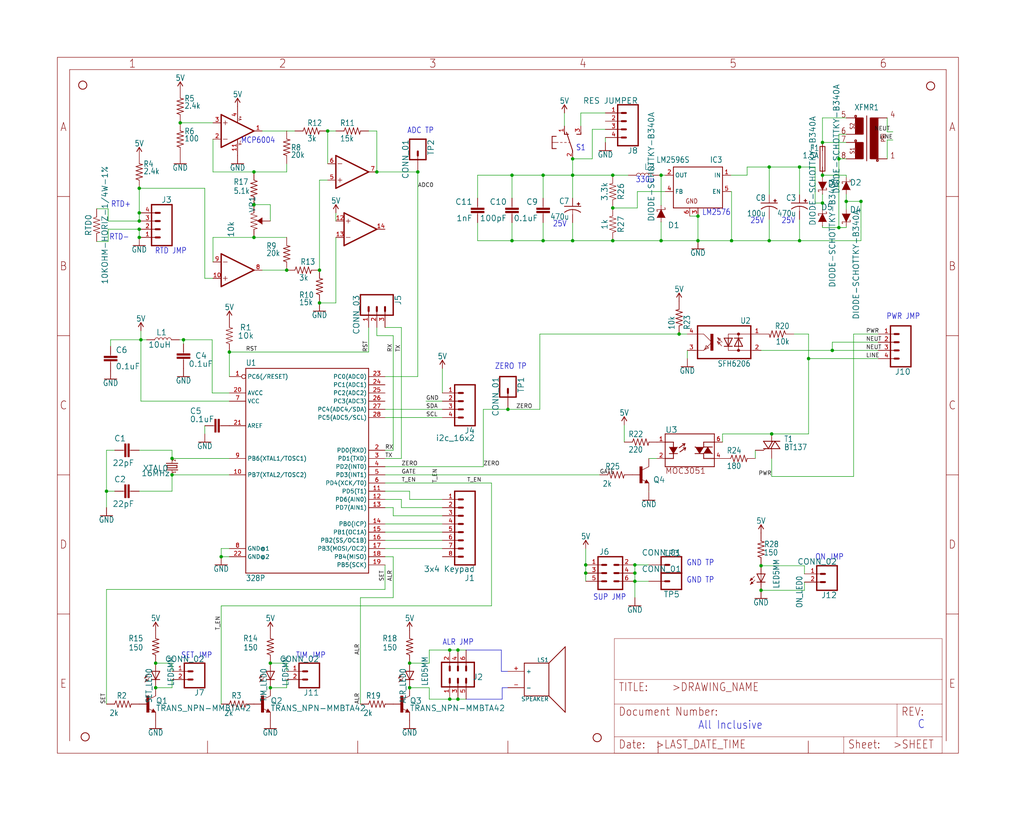
<source format=kicad_sch>
(kicad_sch (version 20220622) (generator eeschema)
  (paper "User" 317.5 254.051)
  (junction (at 48.26 205.74))
  (junction (at 238.506 51.816))
  (junction (at 43.18 66.04))
  (junction (at 158.75 54.356))
  (junction (at 247.904 51.816))
  (junction (at 43.18 58.42))
  (junction (at 255.016 54.356))
  (junction (at 83.82 205.74))
  (junction (at 141.986 201.676))
  (junction (at 216.408 74.676))
  (junction (at 127 205.74))
  (junction (at 53.34 142.24))
  (junction (at 99.06 83.82))
  (junction (at 216.408 67.056))
  (junction (at 255.016 44.196))
  (junction (at 71.12 109.22))
  (junction (at 177.546 49.276))
  (junction (at 210.566 103.632))
  (junction (at 181.61 177.8))
  (junction (at 157.48 127))
  (junction (at 189.992 54.356))
  (junction (at 55.88 38.1))
  (junction (at 168.402 54.356))
  (junction (at 189.992 64.516))
  (junction (at 78.74 63.5))
  (junction (at 189.992 74.676))
  (junction (at 250.698 111.252))
  (junction (at 260.096 70.612))
  (junction (at 260.096 49.276))
  (junction (at 196.85 175.26))
  (junction (at 247.904 74.676))
  (junction (at 99.06 93.98))
  (junction (at 196.85 177.8))
  (junction (at 262.382 62.484))
  (junction (at 158.75 74.676))
  (junction (at 43.18 73.66))
  (junction (at 78.74 53.34))
  (junction (at 43.18 68.58))
  (junction (at 266.954 62.484))
  (junction (at 68.58 172.72))
  (junction (at 255.016 62.992))
  (junction (at 204.978 54.356))
  (junction (at 56.896 105.41))
  (junction (at 129.54 53.34))
  (junction (at 33.02 152.4))
  (junction (at 139.446 201.676))
  (junction (at 88.9 83.82))
  (junction (at 204.978 74.676))
  (junction (at 127 213.36))
  (junction (at 177.546 74.676))
  (junction (at 141.986 216.916))
  (junction (at 101.6 40.64))
  (junction (at 177.546 54.356))
  (junction (at 181.61 175.26))
  (junction (at 168.402 74.676))
  (junction (at 235.966 183.134))
  (junction (at 43.688 105.41))
  (junction (at 116.84 53.34))
  (junction (at 53.34 147.32))
  (junction (at 238.506 74.676))
  (junction (at 258.064 108.712))
  (junction (at 139.446 216.916))
  (junction (at 48.26 213.36))
  (junction (at 83.82 213.36))
  (junction (at 226.822 74.676))
  (junction (at 196.85 180.34))
  (junction (at 78.74 73.66))
  (junction (at 239.268 134.62))
  (junction (at 235.966 175.514))
  (junction (at 43.18 71.12))
  (wire (pts (xy 104.14 68.58) (xy 104.14 66.04)))
  (wire (pts (xy 116.84 104.14) (xy 116.84 101.6)))
  (wire (pts (xy 239.268 147.828) (xy 264.668 147.828)))
  (wire (pts (xy 119.38 127) (xy 137.16 127)))
  (wire (pts (xy 177.546 54.356) (xy 177.546 49.276)))
  (wire (pts (xy 33.528 68.58) (xy 43.18 68.58)))
  (wire (pts (xy 33.02 139.7) (xy 33.02 152.4)))
  (wire (pts (xy 33.02 152.4) (xy 33.02 157.48)))
  (wire (pts (xy 124.46 101.6) (xy 119.38 101.6)))
  (wire (pts (xy 35.56 152.4) (xy 33.02 152.4)))
  (wire (pts (xy 66.04 38.1) (xy 55.88 38.1)))
  (wire (pts (xy 196.85 180.34) (xy 201.168 180.34)))
  (wire (pts (xy 124.46 157.48) (xy 137.16 157.48)))
  (wire (pts (xy 81.28 40.64) (xy 91.44 40.64)))
  (wire (pts (xy 133.096 201.676) (xy 139.446 201.676)))
  (wire (pts (xy 249.428 183.134) (xy 235.966 183.134)))
  (wire (pts (xy 226.822 74.676) (xy 216.408 74.676)))
  (wire (pts (xy 78.74 53.34) (xy 88.9 53.34)))
  (wire (pts (xy 183.642 40.132) (xy 187.706 40.132)))
  (wire (pts (xy 183.642 49.276) (xy 183.642 40.132)))
  (wire (pts (xy 99.06 93.98) (xy 104.14 93.98)))
  (wire (pts (xy 189.992 54.356) (xy 194.818 54.356)))
  (wire (pts (xy 238.506 68.072) (xy 238.506 74.676)))
  (wire (pts (xy 133.096 213.36) (xy 133.096 216.916)))
  (wire (pts (xy 189.992 64.262) (xy 189.992 64.516)))
  (wire (pts (xy 121.92 139.7) (xy 121.92 104.14)))
  (wire (pts (xy 65.786 121.92) (xy 71.12 121.92)))
  (wire (pts (xy 53.34 208.28) (xy 53.34 205.74)))
  (wire (pts (xy 249.428 178.054) (xy 249.428 175.514)))
  (wire (pts (xy 158.75 61.468) (xy 158.75 54.356)))
  (wire (pts (xy 247.904 60.452) (xy 247.904 51.816)))
  (wire (pts (xy 266.954 74.676) (xy 247.904 74.676)))
  (wire (pts (xy 226.822 59.436) (xy 226.822 74.676)))
  (polyline (pts (xy 155.702 216.916) (xy 155.702 213.36)))
  (wire (pts (xy 55.626 105.41) (xy 56.896 105.41)))
  (wire (pts (xy 177.546 61.468) (xy 177.546 54.356)))
  (wire (pts (xy 197.612 59.436) (xy 197.612 64.516)))
  (wire (pts (xy 104.14 40.64) (xy 101.6 40.64)))
  (wire (pts (xy 48.26 213.36) (xy 53.34 213.36)))
  (wire (pts (xy 275.082 40.894) (xy 275.082 36.576)))
  (wire (pts (xy 210.566 103.632) (xy 213.106 103.632)))
  (wire (pts (xy 177.546 54.356) (xy 189.992 54.356)))
  (wire (pts (xy 181.61 180.34) (xy 181.61 177.8)))
  (wire (pts (xy 226.568 59.436) (xy 226.822 59.436)))
  (wire (pts (xy 239.268 134.62) (xy 250.698 134.62)))
  (wire (pts (xy 204.978 68.834) (xy 204.978 74.676)))
  (wire (pts (xy 88.9 213.36) (xy 88.9 210.82)))
  (wire (pts (xy 275.082 43.434) (xy 275.082 49.276)))
  (wire (pts (xy 247.904 51.816) (xy 252.73 51.816)))
  (wire (pts (xy 88.9 208.28) (xy 88.9 205.74)))
  (wire (pts (xy 121.92 104.14) (xy 116.84 104.14)))
  (wire (pts (xy 158.75 54.356) (xy 168.402 54.356)))
  (wire (pts (xy 255.016 70.104) (xy 255.016 70.612)))
  (wire (pts (xy 204.978 74.676) (xy 189.992 74.676)))
  (wire (pts (xy 83.82 68.58) (xy 83.82 63.5)))
  (wire (pts (xy 119.38 116.84) (xy 129.54 116.84)))
  (wire (pts (xy 68.58 218.44) (xy 68.58 187.96)))
  (wire (pts (xy 262.382 70.104) (xy 262.382 70.612)))
  (wire (pts (xy 249.428 175.514) (xy 235.966 175.514)))
  (wire (pts (xy 177.546 49.276) (xy 183.642 49.276)))
  (wire (pts (xy 33.02 182.88) (xy 119.38 182.88)))
  (wire (pts (xy 53.34 142.24) (xy 71.12 142.24)))
  (wire (pts (xy 276.86 43.434) (xy 275.082 43.434)))
  (wire (pts (xy 116.84 53.34) (xy 116.84 40.64)))
  (wire (pts (xy 149.86 144.78) (xy 149.86 127)))
  (wire (pts (xy 121.92 185.42) (xy 121.92 172.72)))
  (wire (pts (xy 68.58 170.18) (xy 71.12 170.18)))
  (wire (pts (xy 272.288 108.712) (xy 258.064 108.712)))
  (wire (pts (xy 213.868 67.056) (xy 216.408 67.056)))
  (wire (pts (xy 56.896 106.68) (xy 56.896 105.41)))
  (wire (pts (xy 224.028 134.62) (xy 239.268 134.62)))
  (wire (pts (xy 158.75 69.088) (xy 158.75 74.676)))
  (wire (pts (xy 101.6 40.64) (xy 101.6 50.8)))
  (wire (pts (xy 255.016 62.992) (xy 252.73 62.992)))
  (wire (pts (xy 119.38 129.54) (xy 137.16 129.54)))
  (wire (pts (xy 247.904 68.072) (xy 247.904 74.676)))
  (wire (pts (xy 196.85 177.8) (xy 196.85 180.34)))
  (wire (pts (xy 255.016 62.992) (xy 255.016 65.024)))
  (wire (pts (xy 137.16 114.3) (xy 137.16 121.92)))
  (wire (pts (xy 119.38 170.18) (xy 137.16 170.18)))
  (wire (pts (xy 53.34 152.4) (xy 43.18 152.4)))
  (wire (pts (xy 266.954 62.484) (xy 267.208 62.484)))
  (wire (pts (xy 127 152.4) (xy 119.38 152.4)))
  (wire (pts (xy 264.668 103.632) (xy 264.668 147.828)))
  (wire (pts (xy 177.546 74.676) (xy 189.992 74.676)))
  (wire (pts (xy 119.38 182.88) (xy 119.38 175.26)))
  (wire (pts (xy 121.92 160.02) (xy 121.92 157.48)))
  (wire (pts (xy 260.096 49.276) (xy 260.096 41.656)))
  (wire (pts (xy 119.38 172.72) (xy 121.92 172.72)))
  (wire (pts (xy 181.61 177.8) (xy 181.61 175.26)))
  (wire (pts (xy 206.248 54.356) (xy 204.978 54.356)))
  (wire (pts (xy 266.954 62.484) (xy 266.954 74.676)))
  (wire (pts (xy 181.61 175.26) (xy 181.61 170.18)))
  (wire (pts (xy 137.16 154.94) (xy 127 154.94)))
  (wire (pts (xy 33.02 218.44) (xy 33.02 182.88)))
  (wire (pts (xy 33.528 74.93) (xy 33.528 71.12)))
  (wire (pts (xy 250.698 111.252) (xy 250.698 103.632)))
  (wire (pts (xy 196.85 175.26) (xy 201.168 175.26)))
  (wire (pts (xy 148.082 54.356) (xy 158.75 54.356)))
  (wire (pts (xy 180.086 39.116) (xy 180.086 35.052)))
  (wire (pts (xy 234.188 139.7) (xy 234.188 142.24)))
  (wire (pts (xy 53.34 139.7) (xy 53.34 142.24)))
  (wire (pts (xy 43.18 66.04) (xy 43.18 58.42)))
  (wire (pts (xy 141.986 201.676) (xy 144.526 201.676)))
  (wire (pts (xy 250.698 134.62) (xy 250.698 111.252)))
  (wire (pts (xy 141.986 216.916) (xy 144.526 216.916)))
  (wire (pts (xy 224.028 137.16) (xy 224.028 134.62)))
  (wire (pts (xy 65.786 121.92) (xy 65.786 105.41)))
  (wire (pts (xy 148.082 69.088) (xy 148.082 74.676)))
  (wire (pts (xy 119.38 149.86) (xy 152.4 149.86)))
  (wire (pts (xy 238.506 60.452) (xy 238.506 51.816)))
  (wire (pts (xy 252.73 62.992) (xy 252.73 51.816)))
  (wire (pts (xy 239.268 142.24) (xy 239.268 147.828)))
  (wire (pts (xy 196.85 180.34) (xy 196.85 185.42)))
  (wire (pts (xy 204.978 63.754) (xy 204.978 54.356)))
  (wire (pts (xy 66.04 43.18) (xy 66.04 53.34)))
  (wire (pts (xy 119.38 144.78) (xy 149.86 144.78)))
  (wire (pts (xy 260.096 49.276) (xy 262.382 49.276)))
  (wire (pts (xy 119.38 167.64) (xy 137.16 167.64)))
  (wire (pts (xy 33.528 71.12) (xy 43.18 71.12)))
  (wire (pts (xy 168.402 54.356) (xy 177.546 54.356)))
  (wire (pts (xy 255.016 55.118) (xy 255.016 54.356)))
  (wire (pts (xy 255.016 70.612) (xy 260.096 70.612)))
  (wire (pts (xy 255.016 44.196) (xy 255.016 36.576)))
  (wire (pts (xy 71.12 109.22) (xy 71.12 116.84)))
  (wire (pts (xy 71.12 124.46) (xy 43.688 124.46)))
  (wire (pts (xy 99.06 55.88) (xy 99.06 83.82)))
  (wire (pts (xy 119.38 147.32) (xy 185.928 147.32)))
  (wire (pts (xy 99.06 55.88) (xy 101.6 55.88)))
  (wire (pts (xy 157.48 127) (xy 167.386 127)))
  (wire (pts (xy 119.38 142.24) (xy 124.46 142.24)))
  (wire (pts (xy 238.506 74.676) (xy 226.822 74.676)))
  (wire (pts (xy 226.568 54.356) (xy 231.648 54.356)))
  (wire (pts (xy 180.086 35.052) (xy 187.706 35.052)))
  (wire (pts (xy 66.04 53.34) (xy 78.74 53.34)))
  (wire (pts (xy 53.34 213.36) (xy 53.34 210.82)))
  (wire (pts (xy 276.86 40.894) (xy 275.082 40.894)))
  (wire (pts (xy 249.428 180.594) (xy 249.428 183.134)))
  (wire (pts (xy 119.38 162.56) (xy 137.16 162.56)))
  (wire (pts (xy 71.12 109.22) (xy 114.3 109.22)))
  (wire (pts (xy 246.126 103.632) (xy 250.698 103.632)))
  (wire (pts (xy 35.56 139.7) (xy 33.02 139.7)))
  (polyline (pts (xy 157.48 213.36) (xy 155.702 213.36)))
  (wire (pts (xy 216.408 74.676) (xy 204.978 74.676)))
  (wire (pts (xy 262.382 54.356) (xy 262.382 55.118)))
  (wire (pts (xy 260.096 41.656) (xy 262.382 41.656)))
  (wire (pts (xy 127 213.36) (xy 133.096 213.36)))
  (wire (pts (xy 121.92 185.42) (xy 111.76 185.42)))
  (wire (pts (xy 177.546 69.088) (xy 177.546 74.676)))
  (polyline (pts (xy 155.448 208.28) (xy 155.448 201.676)))
  (wire (pts (xy 137.16 124.46) (xy 132.08 124.46)))
  (wire (pts (xy 56.896 105.41) (xy 65.786 105.41)))
  (wire (pts (xy 262.382 62.484) (xy 266.954 62.484)))
  (wire (pts (xy 63.5 132.08) (xy 63.5 134.62)))
  (wire (pts (xy 175.006 39.116) (xy 175.006 35.052)))
  (wire (pts (xy 127 205.74) (xy 133.096 205.74)))
  (wire (pts (xy 43.688 105.41) (xy 34.29 105.41)))
  (wire (pts (xy 29.972 64.77) (xy 33.528 64.77)))
  (wire (pts (xy 29.972 74.93) (xy 33.528 74.93)))
  (wire (pts (xy 133.096 205.74) (xy 133.096 201.676)))
  (wire (pts (xy 272.288 111.252) (xy 250.698 111.252)))
  (wire (pts (xy 43.18 71.12) (xy 43.18 73.66)))
  (wire (pts (xy 53.34 147.32) (xy 53.34 152.4)))
  (wire (pts (xy 111.76 185.42) (xy 111.76 218.44)))
  (wire (pts (xy 201.168 152.4) (xy 201.168 152.654)))
  (wire (pts (xy 247.904 74.676) (xy 238.506 74.676)))
  (wire (pts (xy 71.12 147.32) (xy 53.34 147.32)))
  (wire (pts (xy 68.58 187.96) (xy 152.4 187.96)))
  (wire (pts (xy 124.46 142.24) (xy 124.46 101.6)))
  (polyline (pts (xy 144.526 216.916) (xy 155.702 216.916)))
  (wire (pts (xy 121.92 157.48) (xy 119.38 157.48)))
  (wire (pts (xy 258.064 108.712) (xy 258.064 106.172)))
  (wire (pts (xy 63.5 58.42) (xy 43.18 58.42)))
  (wire (pts (xy 231.648 51.816) (xy 238.506 51.816)))
  (wire (pts (xy 260.096 49.276) (xy 260.096 70.612)))
  (wire (pts (xy 213.106 108.712) (xy 213.106 111.252)))
  (wire (pts (xy 45.466 105.41) (xy 43.688 105.41)))
  (wire (pts (xy 83.82 213.36) (xy 88.9 213.36)))
  (wire (pts (xy 88.9 205.74) (xy 83.82 205.74)))
  (wire (pts (xy 168.402 74.676) (xy 177.546 74.676)))
  (wire (pts (xy 66.04 73.66) (xy 78.74 73.66)))
  (wire (pts (xy 53.34 205.74) (xy 48.26 205.74)))
  (wire (pts (xy 133.096 216.916) (xy 139.446 216.916)))
  (polyline (pts (xy 155.448 201.676) (xy 144.526 201.676)))
  (wire (pts (xy 158.75 74.676) (xy 168.402 74.676)))
  (polyline (pts (xy 157.48 208.28) (xy 155.448 208.28)))
  (wire (pts (xy 124.46 154.94) (xy 124.46 157.48)))
  (wire (pts (xy 262.382 44.196) (xy 255.016 44.196)))
  (wire (pts (xy 189.992 64.516) (xy 197.612 64.516)))
  (wire (pts (xy 34.29 105.41) (xy 34.29 107.442)))
  (wire (pts (xy 114.3 101.6) (xy 114.3 109.22)))
  (wire (pts (xy 43.18 139.7) (xy 53.34 139.7)))
  (wire (pts (xy 216.408 67.056) (xy 216.408 74.676)))
  (wire (pts (xy 119.38 165.1) (xy 137.16 165.1)))
  (wire (pts (xy 43.18 68.58) (xy 43.18 66.04)))
  (wire (pts (xy 81.28 83.82) (xy 88.9 83.82)))
  (wire (pts (xy 116.84 40.64) (xy 114.3 40.64)))
  (wire (pts (xy 255.016 54.356) (xy 262.382 54.356)))
  (wire (pts (xy 88.9 53.34) (xy 88.9 50.8)))
  (wire (pts (xy 201.168 142.24) (xy 203.708 142.24)))
  (wire (pts (xy 141.986 216.916) (xy 139.446 216.916)))
  (wire (pts (xy 231.648 54.356) (xy 231.648 51.816)))
  (wire (pts (xy 104.14 93.98) (xy 104.14 73.66)))
  (wire (pts (xy 78.74 73.66) (xy 88.9 73.66)))
  (wire (pts (xy 66.04 81.28) (xy 66.04 73.66)))
  (wire (pts (xy 272.288 103.632) (xy 264.668 103.632)))
  (wire (pts (xy 206.248 59.436) (xy 197.612 59.436)))
  (wire (pts (xy 137.16 160.02) (xy 121.92 160.02)))
  (wire (pts (xy 68.58 172.72) (xy 68.58 170.18)))
  (wire (pts (xy 148.082 74.676) (xy 158.75 74.676)))
  (wire (pts (xy 193.548 137.16) (xy 193.548 131.826)))
  (wire (pts (xy 129.54 116.84) (xy 129.54 53.34)))
  (wire (pts (xy 167.386 127) (xy 167.386 103.632)))
  (wire (pts (xy 139.446 201.676) (xy 141.986 201.676)))
  (wire (pts (xy 262.382 65.024) (xy 262.382 62.484)))
  (wire (pts (xy 149.86 127) (xy 157.48 127)))
  (wire (pts (xy 127 154.94) (xy 127 152.4)))
  (wire (pts (xy 119.38 154.94) (xy 124.46 154.94)))
  (wire (pts (xy 43.688 102.616) (xy 43.688 105.41)))
  (wire (pts (xy 83.82 63.5) (xy 78.74 63.5)))
  (wire (pts (xy 152.4 187.96) (xy 152.4 149.86)))
  (wire (pts (xy 262.382 62.484) (xy 262.382 60.198)))
  (wire (pts (xy 260.096 70.612) (xy 262.382 70.612)))
  (wire (pts (xy 238.506 51.816) (xy 247.904 51.816)))
  (wire (pts (xy 255.016 60.198) (xy 255.016 62.992)))
  (wire (pts (xy 258.064 106.172) (xy 272.288 106.172)))
  (wire (pts (xy 168.402 61.468) (xy 168.402 54.356)))
  (wire (pts (xy 148.082 61.468) (xy 148.082 54.356)))
  (wire (pts (xy 235.966 108.712) (xy 258.064 108.712)))
  (wire (pts (xy 116.84 53.34) (xy 129.54 53.34)))
  (wire (pts (xy 262.382 36.576) (xy 255.016 36.576)))
  (wire (pts (xy 71.12 172.72) (xy 68.58 172.72)))
  (wire (pts (xy 187.706 42.672) (xy 187.706 44.196)))
  (wire (pts (xy 43.688 105.41) (xy 43.688 124.46)))
  (wire (pts (xy 167.386 103.632) (xy 210.566 103.632)))
  (wire (pts (xy 168.402 69.088) (xy 168.402 74.676)))
  (wire (pts (xy 196.85 177.8) (xy 196.85 175.26)))
  (wire (pts (xy 33.528 64.77) (xy 33.528 68.58)))
  (wire (pts (xy 66.04 86.36) (xy 63.5 86.36)))
  (wire (pts (xy 119.38 139.7) (xy 121.92 139.7)))
  (wire (pts (xy 63.5 86.36) (xy 63.5 58.42)))
  (text "LM2576" (at 217.678 67.056 0) (effects (font (size 1.778 1.5113)) (justify left bottom)))
  (text "330u" (at 202.946 56.896 0) (effects (font (size 1.778 1.5113)) (justify right bottom)))
  (text "C" (at 284.48 226.314 0) (effects (font (size 2.54 2.159)) (justify left bottom)))
  (text "ADC TP" (at 126.238 41.656 0) (effects (font (size 1.778 1.5113)) (justify left bottom)))
  (text "RTD+" (at 40.64 64.516 0) (effects (font (size 1.778 1.5113)) (justify right bottom)))
  (text "25V" (at 236.982 69.596 0) (effects (font (size 1.778 1.5113)) (justify right bottom)))
  (text "25V" (at 246.634 69.596 0) (effects (font (size 1.778 1.5113)) (justify right bottom)))
  (text "TIM JMP" (at 91.694 204.47 0) (effects (font (size 1.778 1.5113)) (justify left bottom)))
  (text "RTD-" (at 40.132 74.676 0) (effects (font (size 1.778 1.5113)) (justify right bottom)))
  (text "GND TP" (at 212.852 175.768 0) (effects (font (size 1.778 1.5113)) (justify left bottom)))
  (text "PWR JMP" (at 274.828 99.314 0) (effects (font (size 1.778 1.5113)) (justify left bottom)))
  (text "ALR JMP" (at 137.16 200.406 0) (effects (font (size 1.778 1.5113)) (justify left bottom)))
  (text "SET JMP" (at 56.134 204.47 0) (effects (font (size 1.778 1.5113)) (justify left bottom)))
  (text "SUP JMP" (at 183.896 186.436 0) (effects (font (size 1.778 1.5113)) (justify left bottom)))
  (text "ON JMP" (at 252.73 173.99 0) (effects (font (size 1.778 1.5113)) (justify left bottom)))
  (text "25V" (at 175.768 70.612 0) (effects (font (size 1.778 1.5113)) (justify right bottom)))
  (text "RTD JMP" (at 48.006 78.994 0) (effects (font (size 1.778 1.5113)) (justify left bottom)))
  (text "S1" (at 178.562 46.99 0) (effects (font (size 1.778 1.5113)) (justify left bottom)))
  (text "All Inclusive" (at 216.408 226.568 0) (effects (font (size 2.54 2.159)) (justify left bottom)))
  (text "MCP6004" (at 74.676 44.704 0) (effects (font (size 1.778 1.5113)) (justify left bottom)))
  (text "GND TP" (at 212.852 181.102 0) (effects (font (size 1.778 1.5113)) (justify left bottom)))
  (text "ZERO TP" (at 153.416 114.808 0) (effects (font (size 1.778 1.5113)) (justify left bottom)))
  (label "T_EN" (at 68.58 195.58 90) (effects (font (size 1.2446 1.2446))))
  (label "NEUT" (at 275.971 40.894 180) (effects (font (size 1.2446 1.2446))))
  (label "NEUT" (at 268.478 106.172 0) (effects (font (size 1.2446 1.2446))))
  (label "T_EN" (at 144.78 149.86 0) (effects (font (size 1.2446 1.2446))))
  (label "GATE" (at 185.928 147.32 0) (effects (font (size 1.2446 1.2446))))
  (label "TX" (at 124.46 109.22 90) (effects (font (size 1.2446 1.2446))))
  (label "ALR" (at 121.92 180.34 90) (effects (font (size 1.2446 1.2446))))
  (label "SDA" (at 132.08 127 0) (effects (font (size 1.2446 1.2446))))
  (label "RST" (at 114.3 109.22 90) (effects (font (size 1.2446 1.2446))))
  (label "LINE" (at 276.86 43.434 180) (effects (font (size 1.2446 1.2446))))
  (label "ZERO" (at 124.46 144.78 0) (effects (font (size 1.2446 1.2446))))
  (label "PWR" (at 239.268 147.828 180) (effects (font (size 1.2446 1.2446))))
  (label "SET" (at 119.38 180.34 90) (effects (font (size 1.2446 1.2446))))
  (label "TX" (at 119.38 142.24 0) (effects (font (size 1.2446 1.2446))))
  (label "RX" (at 119.38 139.7 0) (effects (font (size 1.2446 1.2446))))
  (label "SET" (at 33.02 218.44 90) (effects (font (size 1.2446 1.2446))))
  (label "ALR" (at 111.76 218.44 90) (effects (font (size 1.2446 1.2446))))
  (label "PWR" (at 268.478 103.632 0) (effects (font (size 1.2446 1.2446))))
  (label "GND" (at 132.08 124.46 0) (effects (font (size 1.2446 1.2446))))
  (label "ADC0" (at 129.54 58.42 0) (effects (font (size 1.2446 1.2446))))
  (label "RST" (at 76.2 109.22 0) (effects (font (size 1.2446 1.2446))))
  (label "SCL" (at 132.08 129.54 0) (effects (font (size 1.2446 1.2446))))
  (label "ALR" (at 111.76 203.2 90) (effects (font (size 1.2446 1.2446))))
  (label "ZERO" (at 149.86 144.78 0) (effects (font (size 1.2446 1.2446))))
  (label "GATE" (at 124.46 147.32 0) (effects (font (size 1.2446 1.2446))))
  (label "T_EN" (at 124.46 149.86 0) (effects (font (size 1.2446 1.2446))))
  (label "ZERO" (at 160.02 127 0) (effects (font (size 1.2446 1.2446))))
  (label "NEUT" (at 268.478 108.712 0) (effects (font (size 1.2446 1.2446))))
  (label "LINE" (at 268.478 111.252 0) (effects (font (size 1.2446 1.2446))))
  (label "RX" (at 121.92 109.22 90) (effects (font (size 1.2446 1.2446))))
  (label "T_EN" (at 135.89 149.86 90) (effects (font (size 1.2446 1.2446))))
  (symbol (lib_id "Granny Safe-eagle-import:GND") (at 48.26 226.06 0) (unit 1)
    (default_instance (reference "U") (unit 1) (value "") (footprint ""))
    (property "Reference" "#GND3" (effects hide))
    (property "Value" "GND" (at 48.26 226.314 0) (effects (font (size 1.778 1.5113)) (justify top)))
    (property "Footprint" "Granny Safe:" (effects hide))
  )
  (symbol (lib_id "Granny Safe-eagle-import:R-US_R0603") (at 78.74 58.42 270) (unit 1)
    (default_instance (reference "U") (unit 1) (value "") (footprint ""))
    (property "Reference" "R17" (at 72.39 57.3786 90) (effects (font (size 1.778 1.5113)) (justify left bottom)))
    (property "Value" "5.1k" (at 72.39 60.198 90) (effects (font (size 1.778 1.5113)) (justify left bottom)))
    (property "Footprint" "Granny Safe:R0603" (effects hide))
  )
  (symbol (lib_id "Granny Safe-eagle-import:5V") (at 127 195.58 0) (mirror y) (unit 1)
    (default_instance (reference "U") (unit 1) (value "") (footprint ""))
    (property "Reference" "#SUPPLY11" (effects hide))
    (property "Value" "5V" (at 127 192.786 0) (effects (font (size 1.778 1.5113)) (justify bottom)))
    (property "Footprint" "Granny Safe:" (effects hide))
  )
  (symbol (lib_id "Granny Safe-eagle-import:TRANS_NPN-MMBTA42") (at 45.72 218.44 0) (unit 1)
    (default_instance (reference "U") (unit 1) (value "") (footprint ""))
    (property "Reference" "Q1" (at 48.26 218.44 0) (effects (font (size 1.778 1.778)) (justify left bottom)))
    (property "Value" "TRANS_NPN-MMBTA42" (at 48.26 220.726 0) (effects (font (size 1.778 1.778)) (justify left bottom)))
    (property "Footprint" "Granny Safe:SOT23-3" (effects hide))
  )
  (symbol (lib_id "Granny Safe-eagle-import:R-US_R0603") (at 93.98 83.82 0) (unit 1)
    (default_instance (reference "U") (unit 1) (value "") (footprint ""))
    (property "Reference" "R13" (at 97.79 80.2386 0) (effects (font (size 1.778 1.5113)) (justify right top)))
    (property "Value" "3k" (at 92.71 87.122 0) (effects (font (size 1.778 1.5113)) (justify left bottom)))
    (property "Footprint" "Granny Safe:R0603" (effects hide))
  )
  (symbol (lib_id "Granny Safe-eagle-import:5V") (at 43.18 48.26 0) (unit 1)
    (default_instance (reference "U") (unit 1) (value "") (footprint ""))
    (property "Reference" "#SUPPLY5" (effects hide))
    (property "Value" "5V" (at 43.18 45.466 0) (effects (font (size 1.778 1.5113)) (justify bottom)))
    (property "Footprint" "Granny Safe:" (effects hide))
  )
  (symbol (lib_id "Granny Safe-eagle-import:STAND-OFF") (at 288.544 26.67 0) (unit 1)
    (default_instance (reference "U") (unit 1) (value "") (footprint ""))
    (property "Reference" "H1" (effects hide))
    (property "Value" "STAND-OFF" (effects hide))
    (property "Footprint" "Granny Safe:STAND-OFF" (effects hide))
  )
  (symbol (lib_id "Granny Safe-eagle-import:MCP604SL") (at 111.76 71.12 0) (unit 4)
    (default_instance (reference "U") (unit 1) (value "") (footprint ""))
    (property "Reference" "IC1" (effects hide))
    (property "Value" "MCP604SL" (effects hide))
    (property "Footprint" "Granny Safe:SO14" (effects hide))
  )
  (symbol (lib_id "Granny Safe-eagle-import:MCP604SL") (at 109.22 53.34 0) (mirror x) (unit 2)
    (default_instance (reference "U") (unit 1) (value "") (footprint ""))
    (property "Reference" "IC1" (effects hide))
    (property "Value" "MCP604SL" (effects hide))
    (property "Footprint" "Granny Safe:SO14" (effects hide))
  )
  (symbol (lib_id "Granny Safe-eagle-import:GND") (at 56.896 116.84 0) (unit 1)
    (default_instance (reference "U") (unit 1) (value "") (footprint ""))
    (property "Reference" "#GND17" (effects hide))
    (property "Value" "GND" (at 56.896 117.094 0) (effects (font (size 1.778 1.5113)) (justify top)))
    (property "Footprint" "Granny Safe:" (effects hide))
  )
  (symbol (lib_id "Granny Safe-eagle-import:5V") (at 193.548 131.826 0) (unit 1)
    (default_instance (reference "U") (unit 1) (value "") (footprint ""))
    (property "Reference" "#SUPPLY14" (effects hide))
    (property "Value" "5V" (at 193.548 129.032 0) (effects (font (size 1.778 1.5113)) (justify bottom)))
    (property "Footprint" "Granny Safe:" (effects hide))
  )
  (symbol (lib_id "Granny Safe-eagle-import:GND") (at 201.168 155.194 0) (mirror y) (unit 1)
    (default_instance (reference "U") (unit 1) (value "") (footprint ""))
    (property "Reference" "#GND9" (effects hide))
    (property "Value" "GND" (at 201.168 155.448 0) (effects (font (size 1.778 1.5113)) (justify top)))
    (property "Footprint" "Granny Safe:" (effects hide))
  )
  (symbol (lib_id "Granny Safe-eagle-import:CONN_01") (at 208.788 180.34 180) (unit 1)
    (default_instance (reference "U") (unit 1) (value "") (footprint ""))
    (property "Reference" "TP5" (at 210.82 183.388 0) (effects (font (size 1.778 1.778)) (justify left bottom)))
    (property "Value" "CONN_01" (at 211.328 175.514 0) (effects (font (size 1.778 1.778)) (justify left bottom)))
    (property "Footprint" "Granny Safe:1X01" (effects hide))
  )
  (symbol (lib_id "Granny Safe-eagle-import:5V") (at 181.61 170.18 0) (mirror y) (unit 1)
    (default_instance (reference "U") (unit 1) (value "") (footprint ""))
    (property "Reference" "#SUPPLY10" (effects hide))
    (property "Value" "5V" (at 181.61 167.386 0) (effects (font (size 1.778 1.5113)) (justify bottom)))
    (property "Footprint" "Granny Safe:" (effects hide))
  )
  (symbol (lib_id "Granny Safe-eagle-import:22PF-0603-50V-5%") (at 40.64 139.7 90) (unit 1)
    (default_instance (reference "U") (unit 1) (value "") (footprint ""))
    (property "Reference" "C1" (at 39.116 135.001 90) (effects (font (size 1.778 1.778)) (justify left bottom)))
    (property "Value" "22pF" (at 41.656 142.621 90) (effects (font (size 1.778 1.778)) (justify left bottom)))
    (property "Footprint" "Granny Safe:0603" (effects hide))
  )
  (symbol (lib_id "Granny Safe-eagle-import:GND") (at 235.966 185.674 0) (unit 1)
    (default_instance (reference "U") (unit 1) (value "") (footprint ""))
    (property "Reference" "#GND12" (effects hide))
    (property "Value" "GND" (at 235.966 185.928 0) (effects (font (size 1.778 1.5113)) (justify top)))
    (property "Footprint" "Granny Safe:" (effects hide))
  )
  (symbol (lib_id "Granny Safe-eagle-import:TRIMPOT-SMD-3MM-CLOSED-1{slash}8W-20%") (at 78.74 68.58 0) (mirror x) (unit 1)
    (default_instance (reference "U") (unit 1) (value "") (footprint ""))
    (property "Reference" "VR1" (at 77.216 66.04 90) (effects (font (size 1.778 1.778)) (justify right top)))
    (property "Value" "10k" (at 72.644 68.58 90) (effects (font (size 1.778 1.778)) (justify left bottom)))
    (property "Footprint" "Granny Safe:TRIMPOT-SMD-3MM-CLOSED" (effects hide))
  )
  (symbol (lib_id "Granny Safe-eagle-import:CONN_01") (at 157.48 119.38 270) (unit 1)
    (default_instance (reference "U") (unit 1) (value "") (footprint ""))
    (property "Reference" "TP1" (at 160.528 116.84 0) (effects (font (size 1.778 1.778)) (justify left bottom)))
    (property "Value" "CONN_01" (at 152.654 116.84 0) (effects (font (size 1.778 1.778)) (justify left bottom)))
    (property "Footprint" "Granny Safe:1X01" (effects hide))
  )
  (symbol (lib_id "Granny Safe-eagle-import:STAND-OFF") (at 26.416 228.6 0) (unit 1)
    (default_instance (reference "U") (unit 1) (value "") (footprint ""))
    (property "Reference" "H3" (effects hide))
    (property "Value" "STAND-OFF" (effects hide))
    (property "Footprint" "Granny Safe:STAND-OFF" (effects hide))
  )
  (symbol (lib_id "Granny Safe-eagle-import:R-US_R0603") (at 127 200.66 90) (unit 1)
    (default_instance (reference "U") (unit 1) (value "") (footprint ""))
    (property "Reference" "R18" (at 123.19 197.0786 90) (effects (font (size 1.778 1.5113)) (justify left bottom)))
    (property "Value" "150" (at 123.19 199.898 90) (effects (font (size 1.778 1.5113)) (justify left bottom)))
    (property "Footprint" "Granny Safe:R0603" (effects hide))
  )
  (symbol (lib_id "Granny Safe-eagle-import:TRANS_NPN-MMBTA42") (at 198.628 147.32 0) (unit 1)
    (default_instance (reference "U") (unit 1) (value "") (footprint ""))
    (property "Reference" "Q4" (at 202.438 149.86 0) (effects (font (size 1.778 1.778)) (justify left bottom)))
    (property "Value" "2N3904" (effects hide))
    (property "Footprint" "Granny Safe:SOT23-3" (effects hide))
  )
  (symbol (lib_id "Granny Safe-eagle-import:5V") (at 83.82 195.58 0) (mirror y) (unit 1)
    (default_instance (reference "U") (unit 1) (value "") (footprint ""))
    (property "Reference" "#SUPPLY9" (effects hide))
    (property "Value" "5V" (at 83.82 192.786 0) (effects (font (size 1.778 1.5113)) (justify bottom)))
    (property "Footprint" "Granny Safe:" (effects hide))
  )
  (symbol (lib_id "Granny Safe-eagle-import:INDUCTOR-0603-33NH") (at 50.546 105.41 90) (unit 1)
    (default_instance (reference "U") (unit 1) (value "") (footprint ""))
    (property "Reference" "L1" (at 51.816 102.108 90) (effects (font (size 1.778 1.778)) (justify left bottom)))
    (property "Value" "10uH" (at 53.086 107.95 90) (effects (font (size 1.778 1.778)) (justify left top)))
    (property "Footprint" "Granny Safe:0603" (effects hide))
  )
  (symbol (lib_id "Granny Safe-eagle-import:5V") (at 104.14 66.04 0) (unit 1)
    (default_instance (reference "U") (unit 1) (value "") (footprint ""))
    (property "Reference" "#SUPPLY8" (effects hide))
    (property "Value" "5V" (at 104.14 63.246 0) (effects (font (size 1.778 1.5113)) (justify bottom)))
    (property "Footprint" "Granny Safe:" (effects hide))
  )
  (symbol (lib_id "Granny Safe-eagle-import:5V") (at 210.566 93.472 0) (unit 1)
    (default_instance (reference "U") (unit 1) (value "") (footprint ""))
    (property "Reference" "#SUPPLY12" (effects hide))
    (property "Value" "5V" (at 210.566 90.678 0) (effects (font (size 1.778 1.5113)) (justify bottom)))
    (property "Footprint" "Granny Safe:" (effects hide))
  )
  (symbol (lib_id "Granny Safe-eagle-import:CPOL-USE3.5-8") (at 247.904 62.992 0) (mirror y) (unit 1)
    (default_instance (reference "U") (unit 1) (value "") (footprint ""))
    (property "Reference" "C3" (at 246.888 62.357 0) (effects (font (size 1.778 1.5113)) (justify left bottom)))
    (property "Value" "470u" (at 246.888 67.183 0) (effects (font (size 1.778 1.5113)) (justify left bottom)))
    (property "Footprint" "Granny Safe:E3,5-8" (effects hide))
  )
  (symbol (lib_id "Granny Safe-eagle-import:FRAME_A_L") (at 17.78 233.68 0) (unit 1)
    (default_instance (reference "U") (unit 1) (value "") (footprint ""))
    (property "Reference" "#FRAME1" (effects hide))
    (property "Value" "FRAME_A_L" (effects hide))
    (property "Footprint" "Granny Safe:" (effects hide))
  )
  (symbol (lib_id "Granny Safe-eagle-import:BT137") (at 239.268 139.7 0) (unit 1)
    (default_instance (reference "U") (unit 1) (value "") (footprint ""))
    (property "Reference" "T1" (at 243.078 137.16 0) (effects (font (size 1.778 1.5113)) (justify left bottom)))
    (property "Value" "BT137" (at 243.078 139.7 0) (effects (font (size 1.778 1.5113)) (justify left bottom)))
    (property "Footprint" "Granny Safe:TO220BV" (effects hide))
  )
  (symbol (lib_id "Granny Safe-eagle-import:5V") (at 71.12 99.06 0) (unit 1)
    (default_instance (reference "U") (unit 1) (value "") (footprint ""))
    (property "Reference" "#SUPPLY1" (effects hide))
    (property "Value" "5V" (at 71.12 96.266 0) (effects (font (size 1.778 1.5113)) (justify bottom)))
    (property "Footprint" "Granny Safe:" (effects hide))
  )
  (symbol (lib_id "Granny Safe-eagle-import:GND") (at 73.66 50.8 0) (mirror y) (unit 1)
    (default_instance (reference "U") (unit 1) (value "") (footprint ""))
    (property "Reference" "#GND10" (effects hide))
    (property "Value" "GND" (at 73.66 51.054 0) (effects (font (size 1.778 1.5113)) (justify top)))
    (property "Footprint" "Granny Safe:" (effects hide))
  )
  (symbol (lib_id "Granny Safe-eagle-import:CONN_02") (at 257.048 178.054 180) (unit 1)
    (default_instance (reference "U") (unit 1) (value "") (footprint ""))
    (property "Reference" "J12" (at 259.588 183.642 0) (effects (font (size 1.778 1.778)) (justify left bottom)))
    (property "Value" "CONN_02" (at 259.588 173.228 0) (effects (font (size 1.778 1.778)) (justify left bottom)))
    (property "Footprint" "Granny Safe:1X02" (effects hide))
  )
  (symbol (lib_id "Granny Safe-eagle-import:CPOL-USE3.5-8") (at 177.546 64.008 0) (mirror y) (unit 1)
    (default_instance (reference "U") (unit 1) (value "") (footprint ""))
    (property "Reference" "C7" (at 176.53 63.373 0) (effects (font (size 1.778 1.5113)) (justify left bottom)))
    (property "Value" "470u" (at 176.53 68.199 0) (effects (font (size 1.778 1.5113)) (justify left bottom)))
    (property "Footprint" "Granny Safe:E3,5-8" (effects hide))
  )
  (symbol (lib_id "Granny Safe-eagle-import:R-US_R0603") (at 55.88 43.18 90) (unit 1)
    (default_instance (reference "U") (unit 1) (value "") (footprint ""))
    (property "Reference" "R6" (at 57.15 41.6814 90) (effects (font (size 1.778 1.5113)) (justify right top)))
    (property "Value" "100" (at 57.15 43.942 90) (effects (font (size 1.778 1.5113)) (justify right top)))
    (property "Footprint" "Granny Safe:R0603" (effects hide))
  )
  (symbol (lib_id "Granny Safe-eagle-import:DIODE-SCHOTTKY-B340A") (at 262.382 57.658 270) (mirror x) (unit 1)
    (default_instance (reference "U") (unit 1) (value "") (footprint ""))
    (property "Reference" "D2" (at 267.208 57.658 90) (effects (font (size 1.778 1.778)) (justify right top)))
    (property "Value" "DIODE-SCHOTTKY-B340A" (at 260.35 60.198 0) (effects (font (size 1.778 1.778)) (justify left top)))
    (property "Footprint" "Granny Safe:SMA-DIODE" (effects hide))
  )
  (symbol (lib_id "Granny Safe-eagle-import:R-US_R0603") (at 43.18 53.34 90) (unit 1)
    (default_instance (reference "U") (unit 1) (value "") (footprint ""))
    (property "Reference" "R4" (at 44.45 51.8414 90) (effects (font (size 1.778 1.5113)) (justify right top)))
    (property "Value" "2.4k" (at 44.45 54.102 90) (effects (font (size 1.778 1.5113)) (justify right top)))
    (property "Footprint" "Granny Safe:R0603" (effects hide))
  )
  (symbol (lib_id "Granny Safe-eagle-import:DIODE-SCHOTTKY-B340A") (at 262.382 67.564 90) (mirror x) (unit 1)
    (default_instance (reference "U") (unit 1) (value "") (footprint ""))
    (property "Reference" "D4" (at 263.398 64.008 90) (effects (font (size 1.778 1.778)) (justify right top)))
    (property "Value" "DIODE-SCHOTTKY-B340A" (at 264.414 65.024 0) (effects (font (size 1.778 1.778)) (justify left top)))
    (property "Footprint" "Granny Safe:SMA-DIODE" (effects hide))
  )
  (symbol (lib_id "Granny Safe-eagle-import:GND") (at 196.85 187.96 0) (unit 1)
    (default_instance (reference "U") (unit 1) (value "") (footprint ""))
    (property "Reference" "#GND6" (effects hide))
    (property "Value" "GND" (at 196.85 188.214 0) (effects (font (size 1.778 1.5113)) (justify top)))
    (property "Footprint" "Granny Safe:" (effects hide))
  )
  (symbol (lib_id "Granny Safe-eagle-import:CONN_03") (at 116.84 93.98 270) (unit 1)
    (default_instance (reference "U") (unit 1) (value "") (footprint ""))
    (property "Reference" "J5" (at 122.428 91.44 0) (effects (font (size 1.778 1.778)) (justify left bottom)))
    (property "Value" "CONN_03" (at 109.474 91.44 0) (effects (font (size 1.778 1.778)) (justify left bottom)))
    (property "Footprint" "Granny Safe:1X03" (effects hide))
  )
  (symbol (lib_id "Granny Safe-eagle-import:0.1UF-0603-25V-5%") (at 168.402 66.548 0) (mirror y) (unit 1)
    (default_instance (reference "U") (unit 1) (value "") (footprint ""))
    (property "Reference" "C9" (at 166.878 63.627 0) (effects (font (size 1.778 1.778)) (justify left bottom)))
    (property "Value" "0.1uF" (at 166.878 68.707 0) (effects (font (size 1.778 1.778)) (justify left bottom)))
    (property "Footprint" "Granny Safe:0603" (effects hide))
  )
  (symbol (lib_id "Granny Safe-eagle-import:10KOHM-HORIZ-1{slash}4W-1%") (at 29.972 69.85 90) (mirror x) (unit 1)
    (default_instance (reference "U") (unit 1) (value "") (footprint ""))
    (property "Reference" "RTD0" (at 28.448 69.85 0) (effects (font (size 1.778 1.778)) (justify bottom)))
    (property "Value" "10KOHM-HORIZ-1{slash}4W-1%" (at 31.496 69.85 0) (effects (font (size 1.778 1.778)) (justify top)))
    (property "Footprint" "Granny Safe:AXIAL-0.3" (effects hide))
  )
  (symbol (lib_id "Granny Safe-eagle-import:GND") (at 187.706 46.736 0) (mirror y) (unit 1)
    (default_instance (reference "U") (unit 1) (value "") (footprint ""))
    (property "Reference" "#GND11" (effects hide))
    (property "Value" "GND" (at 187.706 46.99 0) (effects (font (size 1.778 1.5113)) (justify top)))
    (property "Footprint" "Granny Safe:" (effects hide))
  )
  (symbol (lib_id "Granny Safe-eagle-import:TE5") (at 255.016 49.276 90) (mirror x) (unit 1)
    (default_instance (reference "U") (unit 1) (value "") (footprint ""))
    (property "Reference" "F1" (at 251.079 44.958 90) (effects (font (size 1.778 1.5113)) (justify right top)))
    (property "Value" "1.5A" (at 248.793 47.244 90) (effects (font (size 1.778 1.5113)) (justify right top)))
    (property "Footprint" "Granny Safe:TE5" (effects hide))
  )
  (symbol (lib_id "Granny Safe-eagle-import:5V") (at 43.688 102.616 0) (unit 1)
    (default_instance (reference "U") (unit 1) (value "") (footprint ""))
    (property "Reference" "#SUPPLY2" (effects hide))
    (property "Value" "5V" (at 43.688 99.822 0) (effects (font (size 1.778 1.5113)) (justify bottom)))
    (property "Footprint" "Granny Safe:" (effects hide))
  )
  (symbol (lib_id "Granny Safe-eagle-import:GND") (at 55.88 50.8 0) (mirror y) (unit 1)
    (default_instance (reference "U") (unit 1) (value "") (footprint ""))
    (property "Reference" "#GND15" (effects hide))
    (property "Value" "GND" (at 55.88 51.054 0) (effects (font (size 1.778 1.5113)) (justify top)))
    (property "Footprint" "Granny Safe:" (effects hide))
  )
  (symbol (lib_id "Granny Safe-eagle-import:3.3KOHM-0603-1{slash}10W-1%") (at 189.992 59.436 270) (mirror x) (unit 1)
    (default_instance (reference "U") (unit 1) (value "") (footprint ""))
    (property "Reference" "R26" (at 191.516 59.436 0) (effects (font (size 1.778 1.778)) (justify bottom)))
    (property "Value" "3.3k" (at 188.468 59.436 0) (effects (font (size 1.778 1.778)) (justify top)))
    (property "Footprint" "Granny Safe:0603" (effects hide))
  )
  (symbol (lib_id "Granny Safe-eagle-import:LED5MM") (at 127 208.28 0) (unit 1)
    (default_instance (reference "U") (unit 1) (value "") (footprint ""))
    (property "Reference" "ALR_LED0" (at 123.952 207.264 90) (effects (font (size 1.778 1.5113)) (justify right top)))
    (property "Value" "LED5MM" (at 132.715 212.852 90) (effects (font (size 1.778 1.5113)) (justify left bottom)))
    (property "Footprint" "Granny Safe:LED5MM" (effects hide))
  )
  (symbol (lib_id "Granny Safe-eagle-import:1KOHM-0603-1{slash}10W-1%") (at 189.992 69.596 270) (mirror x) (unit 1)
    (default_instance (reference "U") (unit 1) (value "") (footprint ""))
    (property "Reference" "R27" (at 191.516 69.596 0) (effects (font (size 1.778 1.778)) (justify bottom)))
    (property "Value" "1k" (at 188.468 69.596 0) (effects (font (size 1.778 1.778)) (justify top)))
    (property "Footprint" "Granny Safe:0603" (effects hide))
  )
  (symbol (lib_id "Granny Safe-eagle-import:LM2596S") (at 216.408 56.896 0) (mirror y) (unit 1)
    (default_instance (reference "U") (unit 1) (value "") (footprint ""))
    (property "Reference" "IC3" (at 224.028 50.546 0) (effects (font (size 1.778 1.5113)) (justify left bottom)))
    (property "Value" "LM2596S" (at 213.868 50.546 0) (effects (font (size 1.778 1.5113)) (justify left bottom)))
    (property "Footprint" "Granny Safe:TO263-5" (effects hide))
  )
  (symbol (lib_id "Granny Safe-eagle-import:GND") (at 33.02 160.02 0) (unit 1)
    (default_instance (reference "U") (unit 1) (value "") (footprint ""))
    (property "Reference" "#GND19" (effects hide))
    (property "Value" "GND" (at 33.02 160.274 0) (effects (font (size 1.778 1.5113)) (justify top)))
    (property "Footprint" "Granny Safe:" (effects hide))
  )
  (symbol (lib_id "Granny Safe-eagle-import:GND") (at 63.5 137.16 0) (unit 1)
    (default_instance (reference "U") (unit 1) (value "") (footprint ""))
    (property "Reference" "#GND1" (effects hide))
    (property "Value" "GND" (at 63.5 137.414 0) (effects (font (size 1.778 1.5113)) (justify top)))
    (property "Footprint" "Granny Safe:" (effects hide))
  )
  (symbol (lib_id "Granny Safe-eagle-import:R-US_R0603") (at 116.84 218.44 0) (unit 1)
    (default_instance (reference "U") (unit 1) (value "") (footprint ""))
    (property "Reference" "R19" (at 118.11 214.8586 0) (effects (font (size 1.778 1.5113)) (justify right top)))
    (property "Value" "2k" (at 115.57 220.218 0) (effects (font (size 1.778 1.5113)) (justify right top)))
    (property "Footprint" "Granny Safe:R0603" (effects hide))
  )
  (symbol (lib_id "Granny Safe-eagle-import:R-US_R0603") (at 109.22 40.64 0) (unit 1)
    (default_instance (reference "U") (unit 1) (value "") (footprint ""))
    (property "Reference" "R11" (at 105.41 39.1414 0) (effects (font (size 1.778 1.5113)) (justify left bottom)))
    (property "Value" "15k" (at 105.41 43.942 0) (effects (font (size 1.778 1.5113)) (justify left bottom)))
    (property "Footprint" "Granny Safe:R0603" (effects hide))
  )
  (symbol (lib_id "Granny Safe-eagle-import:INDUCTOR") (at 199.898 54.356 270) (mirror x) (unit 1)
    (default_instance (reference "U") (unit 1) (value "") (footprint ""))
    (property "Reference" "L2" (at 199.644 50.8 90) (effects (font (size 1.778 1.778)) (justify left bottom)))
    (property "Value" "INDUCTOR" (effects hide))
    (property "Footprint" "Granny Safe:CR75" (effects hide))
  )
  (symbol (lib_id "Granny Safe-eagle-import:0.1UF-0603-25V-(+80{slash}-20%)") (at 56.896 111.76 0) (unit 1)
    (default_instance (reference "U") (unit 1) (value "") (footprint ""))
    (property "Reference" "C4" (at 60.452 111.379 0) (effects (font (size 1.778 1.778)) (justify left bottom)))
    (property "Value" "0.1uF" (at 58.42 113.919 0) (effects (font (size 1.778 1.778)) (justify left bottom)))
    (property "Footprint" "Granny Safe:0603" (effects hide))
  )
  (symbol (lib_id "Granny Safe-eagle-import:CONN_08{dblquote}") (at 142.24 162.56 180) (unit 1)
    (default_instance (reference "U") (unit 1) (value "") (footprint ""))
    (property "Reference" "J1" (at 147.32 178.308 0) (effects (font (size 1.778 1.778)) (justify left bottom)))
    (property "Value" "3x4 Keypad" (at 147.32 175.514 0) (effects (font (size 1.778 1.778)) (justify left bottom)))
    (property "Footprint" "Granny Safe:1X08" (effects hide))
  )
  (symbol (lib_id "Granny Safe-eagle-import:LED5MM") (at 48.26 208.28 0) (unit 1)
    (default_instance (reference "U") (unit 1) (value "") (footprint ""))
    (property "Reference" "SET_LED0" (at 45.212 207.264 90) (effects (font (size 1.778 1.5113)) (justify right top)))
    (property "Value" "LED5MM" (at 53.975 212.852 90) (effects (font (size 1.778 1.5113)) (justify left bottom)))
    (property "Footprint" "Granny Safe:LED5MM" (effects hide))
  )
  (symbol (lib_id "Granny Safe-eagle-import:GND") (at 68.58 175.26 0) (unit 1)
    (default_instance (reference "U") (unit 1) (value "") (footprint ""))
    (property "Reference" "#GND21" (effects hide))
    (property "Value" "GND" (at 68.58 175.514 0) (effects (font (size 1.778 1.5113)) (justify top)))
    (property "Footprint" "Granny Safe:" (effects hide))
  )
  (symbol (lib_id "Granny Safe-eagle-import:SCREW-4") (at 277.368 106.172 180) (unit 1)
    (default_instance (reference "U") (unit 1) (value "") (footprint ""))
    (property "Reference" "J10" (at 282.448 114.3 0) (effects (font (size 1.778 1.778)) (justify left bottom)))
    (property "Value" "SCREW-4" (effects hide))
    (property "Footprint" "Granny Safe:SCREWTERMINAL-5MM-2" (effects hide))
  )
  (symbol (lib_id "Granny Safe-eagle-import:22PF-0603-50V-5%") (at 40.64 152.4 90) (unit 1)
    (default_instance (reference "U") (unit 1) (value "") (footprint ""))
    (property "Reference" "C2" (at 39.116 147.701 90) (effects (font (size 1.778 1.778)) (justify left bottom)))
    (property "Value" "22pF" (at 41.656 155.321 90) (effects (font (size 1.778 1.778)) (justify left bottom)))
    (property "Footprint" "Granny Safe:0603" (effects hide))
  )
  (symbol (lib_id "Granny Safe-eagle-import:DIODE-SCHOTTKY-B340A") (at 204.978 66.294 270) (mirror x) (unit 1)
    (default_instance (reference "U") (unit 1) (value "") (footprint ""))
    (property "Reference" "D1" (at 207.01 68.834 90) (effects (font (size 1.778 1.778)) (justify left bottom)))
    (property "Value" "DIODE-SCHOTTKY-B340A" (at 202.946 68.834 0) (effects (font (size 1.778 1.778)) (justify left top)))
    (property "Footprint" "Granny Safe:SMA-DIODE" (effects hide))
  )
  (symbol (lib_id "Granny Safe-eagle-import:TRANS_NPN-MMBTA42") (at 81.28 218.44 0) (unit 1)
    (default_instance (reference "U") (unit 1) (value "") (footprint ""))
    (property "Reference" "Q2" (at 83.82 218.44 0) (effects (font (size 1.778 1.778)) (justify left bottom)))
    (property "Value" "TRANS_NPN-MMBTA42" (at 83.82 220.726 0) (effects (font (size 1.778 1.778)) (justify left bottom)))
    (property "Footprint" "Granny Safe:SOT23-3" (effects hide))
  )
  (symbol (lib_id "Granny Safe-eagle-import:CONN_01") (at 208.788 175.26 180) (unit 1)
    (default_instance (reference "U") (unit 1) (value "") (footprint ""))
    (property "Reference" "TP3" (at 210.82 170.688 0) (effects (font (size 1.778 1.778)) (justify left bottom)))
    (property "Value" "CONN_01" (at 211.328 170.434 0) (effects (font (size 1.778 1.778)) (justify left bottom)))
    (property "Footprint" "Granny Safe:1X01" (effects hide))
  )
  (symbol (lib_id "Granny Safe-eagle-import:STAND-OFF") (at 185.166 228.854 0) (unit 1)
    (default_instance (reference "U") (unit 1) (value "") (footprint ""))
    (property "Reference" "H4" (effects hide))
    (property "Value" "STAND-OFF" (effects hide))
    (property "Footprint" "Granny Safe:STAND-OFF" (effects hide))
  )
  (symbol (lib_id "Granny Safe-eagle-import:5V") (at 48.26 195.58 0) (mirror y) (unit 1)
    (default_instance (reference "U") (unit 1) (value "") (footprint ""))
    (property "Reference" "#SUPPLY4" (effects hide))
    (property "Value" "5V" (at 48.26 192.786 0) (effects (font (size 1.778 1.5113)) (justify bottom)))
    (property "Footprint" "Granny Safe:" (effects hide))
  )
  (symbol (lib_id "Granny Safe-eagle-import:CRYSTAL-16MHZPTH-HC49US") (at 53.34 144.78 90) (unit 1)
    (default_instance (reference "U") (unit 1) (value "") (footprint ""))
    (property "Reference" "XTAL0" (at 48.26 144.272 90) (effects (font (size 1.778 1.778)) (justify bottom)))
    (property "Value" "16MHz" (at 48.26 147.828 90) (effects (font (size 1.778 1.778)) (justify top)))
    (property "Footprint" "Granny Safe:HC49US" (effects hide))
  )
  (symbol (lib_id "Granny Safe-eagle-import:LED5MM") (at 235.966 178.054 0) (unit 1)
    (default_instance (reference "U") (unit 1) (value "") (footprint ""))
    (property "Reference" "ON_LED0" (at 246.888 178.562 90) (effects (font (size 1.778 1.5113)) (justify right top)))
    (property "Value" "LED5MM" (at 241.681 182.626 90) (effects (font (size 1.778 1.5113)) (justify left bottom)))
    (property "Footprint" "Granny Safe:LED5MM" (effects hide))
  )
  (symbol (lib_id "Granny Safe-eagle-import:GND") (at 216.408 77.216 0) (mirror y) (unit 1)
    (default_instance (reference "U") (unit 1) (value "") (footprint ""))
    (property "Reference" "#GND2" (effects hide))
    (property "Value" "GND" (at 216.408 77.47 0) (effects (font (size 1.778 1.5113)) (justify top)))
    (property "Footprint" "Granny Safe:" (effects hide))
  )
  (symbol (lib_id "Granny Safe-eagle-import:R-US_R0603") (at 235.966 170.434 90) (unit 1)
    (default_instance (reference "U") (unit 1) (value "") (footprint ""))
    (property "Reference" "R28" (at 241.554 167.8686 90) (effects (font (size 1.778 1.5113)) (justify left bottom)))
    (property "Value" "150" (at 241.3 170.434 90) (effects (font (size 1.778 1.5113)) (justify left bottom)))
    (property "Footprint" "Granny Safe:R0603" (effects hide))
  )
  (symbol (lib_id "Granny Safe-eagle-import:CONN_01") (at 129.54 45.72 270) (unit 1)
    (default_instance (reference "U") (unit 1) (value "") (footprint ""))
    (property "Reference" "TP2" (at 132.588 43.18 0) (effects (font (size 1.778 1.778)) (justify left bottom)))
    (property "Value" "CONN_01" (at 124.714 43.18 0) (effects (font (size 1.778 1.778)) (justify left bottom)))
    (property "Footprint" "Granny Safe:1X01" (effects hide))
  )
  (symbol (lib_id "Granny Safe-eagle-import:5V") (at 175.006 35.052 0) (unit 1)
    (default_instance (reference "U") (unit 1) (value "") (footprint ""))
    (property "Reference" "#SUPPLY15" (effects hide))
    (property "Value" "5V" (at 175.006 32.258 0) (effects (font (size 1.778 1.5113)) (justify bottom)))
    (property "Footprint" "Granny Safe:" (effects hide))
  )
  (symbol (lib_id "Granny Safe-eagle-import:MCP604SL") (at 73.66 40.64 0) (unit 1)
    (default_instance (reference "U") (unit 1) (value "") (footprint ""))
    (property "Reference" "IC1" (effects hide))
    (property "Value" "MCP604SL" (effects hide))
    (property "Footprint" "Granny Safe:SO14" (effects hide))
  )
  (symbol (lib_id "Granny Safe-eagle-import:GND") (at 43.18 76.2 0) (mirror y) (unit 1)
    (default_instance (reference "U") (unit 1) (value "") (footprint ""))
    (property "Reference" "#GND14" (effects hide))
    (property "Value" "GND" (at 43.18 76.454 0) (effects (font (size 1.778 1.5113)) (justify top)))
    (property "Footprint" "Granny Safe:" (effects hide))
  )
  (symbol (lib_id "Granny Safe-eagle-import:10KOHM-0603-1{slash}10W-1%") (at 71.12 104.14 90) (unit 1)
    (default_instance (reference "U") (unit 1) (value "") (footprint ""))
    (property "Reference" "R1" (at 76.2 100.584 90) (effects (font (size 1.778 1.778)) (justify bottom)))
    (property "Value" "10k" (at 76.2 105.156 90) (effects (font (size 1.778 1.778)) (justify top)))
    (property "Footprint" "Granny Safe:0603" (effects hide))
  )
  (symbol (lib_id "Granny Safe-eagle-import:CONN_02") (at 60.96 208.28 180) (unit 1)
    (default_instance (reference "U") (unit 1) (value "") (footprint ""))
    (property "Reference" "J7" (at 63.5 213.868 0) (effects (font (size 1.778 1.778)) (justify left bottom)))
    (property "Value" "CONN_02" (at 63.5 203.454 0) (effects (font (size 1.778 1.778)) (justify left bottom)))
    (property "Footprint" "Granny Safe:1X02" (effects hide))
  )
  (symbol (lib_id "Granny Safe-eagle-import:MOC3051") (at 213.868 139.7 0) (unit 1)
    (default_instance (reference "U") (unit 1) (value "") (footprint ""))
    (property "Reference" "U3" (at 206.248 134.366 0) (effects (font (size 1.778 1.778)) (justify left bottom)))
    (property "Value" "MOC3051" (effects hide))
    (property "Footprint" "Granny Safe:DIP8SMD" (effects hide))
  )
  (symbol (lib_id "Granny Safe-eagle-import:CONN_03X2FEMALE") (at 189.23 177.8 0) (unit 1)
    (default_instance (reference "U") (unit 1) (value "") (footprint ""))
    (property "Reference" "J6" (at 185.674 172.212 0) (effects (font (size 1.778 1.778)) (justify left bottom)))
    (property "Value" "FEMALE 2x3" (effects hide))
    (property "Footprint" "Granny Safe:2X3" (effects hide))
  )
  (symbol (lib_id "Granny Safe-eagle-import:FRAME_A_L") (at 190.5 233.68 0) (unit 2)
    (default_instance (reference "U") (unit 1) (value "") (footprint ""))
    (property "Reference" "#FRAME1" (effects hide))
    (property "Value" "FRAME_A_L" (effects hide))
    (property "Footprint" "Granny Safe:" (effects hide))
  )
  (symbol (lib_id "Granny Safe-eagle-import:GND") (at 213.106 113.792 0) (mirror y) (unit 1)
    (default_instance (reference "U") (unit 1) (value "") (footprint ""))
    (property "Reference" "#GND7" (effects hide))
    (property "Value" "GND" (at 213.106 114.046 0) (effects (font (size 1.778 1.5113)) (justify top)))
    (property "Footprint" "Granny Safe:" (effects hide))
  )
  (symbol (lib_id "Granny Safe-eagle-import:SFH6206") (at 225.806 106.172 0) (mirror y) (unit 1)
    (default_instance (reference "U") (unit 1) (value "") (footprint ""))
    (property "Reference" "U2" (at 232.791 100.457 0) (effects (font (size 1.778 1.5113)) (justify left bottom)))
    (property "Value" "SFH6206" (at 232.791 113.792 0) (effects (font (size 1.778 1.5113)) (justify left bottom)))
    (property "Footprint" "Granny Safe:DIL4-SMD" (effects hide))
  )
  (symbol (lib_id "Granny Safe-eagle-import:CONN_03X2FEMALE") (at 141.986 209.296 90) (unit 1)
    (default_instance (reference "U") (unit 1) (value "") (footprint ""))
    (property "Reference" "J2" (at 149.86 209.042 90) (effects (font (size 1.778 1.778)) (justify left bottom)))
    (property "Value" "FEMALE 2x3" (effects hide))
    (property "Footprint" "Granny Safe:2X3" (effects hide))
  )
  (symbol (lib_id "Granny Safe-eagle-import:SCREW-4") (at 48.26 71.12 0) (mirror y) (unit 1)
    (default_instance (reference "U") (unit 1) (value "") (footprint ""))
    (property "Reference" "J3" (at 53.34 62.992 0) (effects (font (size 1.778 1.778)) (justify left bottom)))
    (property "Value" "SCREW-4" (effects hide))
    (property "Footprint" "Granny Safe:SCREWTERMINAL-5MM-2" (effects hide))
  )
  (symbol (lib_id "Granny Safe-eagle-import:SPEAKER") (at 167.64 210.82 0) (unit 1)
    (default_instance (reference "U") (unit 1) (value "") (footprint ""))
    (property "Reference" "LS1" (at 170.18 205.486 0) (effects (justify right bottom)))
    (property "Value" "SPEAKER" (at 170.18 216.154 0) (effects (justify right top)))
    (property "Footprint" "Granny Safe:PCB_MOUNT_SPEAKER" (effects hide))
  )
  (symbol (lib_id "Granny Safe-eagle-import:R-US_R0603") (at 210.566 98.552 270) (mirror x) (unit 1)
    (default_instance (reference "U") (unit 1) (value "") (footprint ""))
    (property "Reference" "R23" (at 212.0646 102.362 0) (effects (font (size 1.778 1.5113)) (justify left bottom)))
    (property "Value" "10k" (at 207.264 102.362 0) (effects (font (size 1.778 1.5113)) (justify left bottom)))
    (property "Footprint" "Granny Safe:R0603" (effects hide))
  )
  (symbol (lib_id "Granny Safe-eagle-import:EE20-2") (at 270.002 41.656 0) (mirror y) (unit 1)
    (default_instance (reference "U") (unit 1) (value "") (footprint ""))
    (property "Reference" "XFMR1" (at 272.542 34.29 0) (effects (font (size 1.778 1.5113)) (justify left bottom)))
    (property "Value" "EE20-2" (effects hide))
    (property "Footprint" "Granny Safe:EE20-2" (effects hide))
  )
  (symbol (lib_id "Granny Safe-eagle-import:DIODE-SCHOTTKY-B340A") (at 255.016 57.658 90) (mirror x) (unit 1)
    (default_instance (reference "U") (unit 1) (value "") (footprint ""))
    (property "Reference" "D3" (at 256.54 55.88 90) (effects (font (size 1.778 1.778)) (justify right top)))
    (property "Value" "DIODE-SCHOTTKY-B340A" (at 257.048 55.118 0) (effects (font (size 1.778 1.778)) (justify left top)))
    (property "Footprint" "Granny Safe:SMA-DIODE" (effects hide))
  )
  (symbol (lib_id "Granny Safe-eagle-import:DIODE-SCHOTTKY-B340A") (at 255.016 67.564 270) (mirror x) (unit 1)
    (default_instance (reference "U") (unit 1) (value "") (footprint ""))
    (property "Reference" "D5" (at 258.318 65.278 90) (effects (font (size 1.778 1.778)) (justify right top)))
    (property "Value" "DIODE-SCHOTTKY-B340A" (at 252.984 70.104 0) (effects (font (size 1.778 1.778)) (justify left top)))
    (property "Footprint" "Granny Safe:SMA-DIODE" (effects hide))
  )
  (symbol (lib_id "Granny Safe-eagle-import:1.0NF{slash}1000PF-0603-50V-10%") (at 148.082 66.548 0) (mirror y) (unit 1)
    (default_instance (reference "U") (unit 1) (value "") (footprint ""))
    (property "Reference" "C11" (at 146.558 63.627 0) (effects (font (size 1.778 1.778)) (justify left bottom)))
    (property "Value" "1nF" (at 146.558 68.707 0) (effects (font (size 1.778 1.778)) (justify left bottom)))
    (property "Footprint" "Granny Safe:0603" (effects hide))
  )
  (symbol (lib_id "Granny Safe-eagle-import:R-US_R0603") (at 88.9 78.74 90) (unit 1)
    (default_instance (reference "U") (unit 1) (value "") (footprint ""))
    (property "Reference" "R9" (at 82.55 77.2414 90) (effects (font (size 1.778 1.5113)) (justify right top)))
    (property "Value" "20k" (at 82.55 79.502 90) (effects (font (size 1.778 1.5113)) (justify right top)))
    (property "Footprint" "Granny Safe:R0603" (effects hide))
  )
  (symbol (lib_id "Granny Safe-eagle-import:CONN_04") (at 142.24 124.46 180) (unit 1)
    (default_instance (reference "U") (unit 1) (value "") (footprint ""))
    (property "Reference" "J4" (at 147.32 132.588 0) (effects (font (size 1.778 1.778)) (justify left bottom)))
    (property "Value" "i2c_16x2" (at 147.32 134.874 0) (effects (font (size 1.778 1.778)) (justify left bottom)))
    (property "Footprint" "Granny Safe:1X04" (effects hide))
  )
  (symbol (lib_id "Granny Safe-eagle-import:GND") (at 127 226.06 0) (unit 1)
    (default_instance (reference "U") (unit 1) (value "") (footprint ""))
    (property "Reference" "#GND8" (effects hide))
    (property "Value" "GND" (at 127 226.314 0) (effects (font (size 1.778 1.5113)) (justify top)))
    (property "Footprint" "Granny Safe:" (effects hide))
  )
  (symbol (lib_id "Granny Safe-eagle-import:MCP604SL") (at 73.66 83.82 0) (mirror x) (unit 3)
    (default_instance (reference "U") (unit 1) (value "") (footprint ""))
    (property "Reference" "IC1" (effects hide))
    (property "Value" "MCP604SL" (effects hide))
    (property "Footprint" "Granny Safe:SO14" (effects hide))
  )
  (symbol (lib_id "Granny Safe-eagle-import:0.1UF-0603-25V-(+80{slash}-20%)") (at 34.29 112.522 0) (unit 1)
    (default_instance (reference "U") (unit 1) (value "") (footprint ""))
    (property "Reference" "C6" (at 35.814 109.601 0) (effects (font (size 1.778 1.778)) (justify left bottom)))
    (property "Value" "0.1uF" (at 35.814 114.681 0) (effects (font (size 1.778 1.778)) (justify left bottom)))
    (property "Footprint" "Granny Safe:0603" (effects hide))
  )
  (symbol (lib_id "Granny Safe-eagle-import:R-US_R0603") (at 241.046 103.632 0) (mirror y) (unit 1)
    (default_instance (reference "U") (unit 1) (value "") (footprint ""))
    (property "Reference" "R20" (at 244.856 102.1334 0) (effects (font (size 1.778 1.5113)) (justify left bottom)))
    (property "Value" "10k" (at 244.856 106.934 0) (effects (font (size 1.778 1.5113)) (justify left bottom)))
    (property "Footprint" "Granny Safe:R0603" (effects hide))
  )
  (symbol (lib_id "Granny Safe-eagle-import:GND") (at 34.29 117.602 0) (unit 1)
    (default_instance (reference "U") (unit 1) (value "") (footprint ""))
    (property "Reference" "#GND16" (effects hide))
    (property "Value" "GND" (at 34.29 117.856 0) (effects (font (size 1.778 1.5113)) (justify top)))
    (property "Footprint" "Granny Safe:" (effects hide))
  )
  (symbol (lib_id "Granny Safe-eagle-import:EG1213") (at 177.546 44.196 0) (unit 1)
    (default_instance (reference "U") (unit 1) (value "") (footprint ""))
    (property "Reference" "S1" (effects hide))
    (property "Value" "EG1213" (effects hide))
    (property "Footprint" "Granny Safe:EG1213" (effects hide))
  )
  (symbol (lib_id "Granny Safe-eagle-import:GND") (at 99.06 96.52 0) (mirror y) (unit 1)
    (default_instance (reference "U") (unit 1) (value "") (footprint ""))
    (property "Reference" "#GND13" (effects hide))
    (property "Value" "GND" (at 99.06 96.774 0) (effects (font (size 1.778 1.5113)) (justify top)))
    (property "Footprint" "Granny Safe:" (effects hide))
  )
  (symbol (lib_id "Granny Safe-eagle-import:R-US_R0603") (at 38.1 218.44 0) (unit 1)
    (default_instance (reference "U") (unit 1) (value "") (footprint ""))
    (property "Reference" "R2" (at 39.37 214.8586 0) (effects (font (size 1.778 1.5113)) (justify right top)))
    (property "Value" "2k" (at 36.83 220.218 0) (effects (font (size 1.778 1.5113)) (justify right top)))
    (property "Footprint" "Granny Safe:R0603" (effects hide))
  )
  (symbol (lib_id "Granny Safe-eagle-import:5V") (at 73.66 33.02 0) (unit 1)
    (default_instance (reference "U") (unit 1) (value "") (footprint ""))
    (property "Reference" "#SUPPLY7" (effects hide))
    (property "Value" "5V" (at 73.66 30.226 0) (effects (font (size 1.778 1.5113)) (justify bottom)))
    (property "Footprint" "Granny Safe:" (effects hide))
  )
  (symbol (lib_id "Granny Safe-eagle-import:R-US_R0603") (at 96.52 40.64 0) (unit 1)
    (default_instance (reference "U") (unit 1) (value "") (footprint ""))
    (property "Reference" "R12" (at 95.25 39.1414 0) (effects (font (size 1.778 1.5113)) (justify left bottom)))
    (property "Value" "3k" (at 95.25 43.942 0) (effects (font (size 1.778 1.5113)) (justify left bottom)))
    (property "Footprint" "Granny Safe:R0603" (effects hide))
  )
  (symbol (lib_id "Granny Safe-eagle-import:CONN_04") (at 192.786 37.592 180) (unit 1)
    (default_instance (reference "U") (unit 1) (value "") (footprint ""))
    (property "Reference" "J8" (at 197.866 45.72 0) (effects (font (size 1.778 1.778)) (justify left bottom)))
    (property "Value" "RES JUMPER" (at 197.866 30.226 0) (effects (font (size 1.778 1.778)) (justify left bottom)))
    (property "Footprint" "Granny Safe:1X04" (effects hide))
  )
  (symbol (lib_id "Granny Safe-eagle-import:100PF-0603-50V-5%") (at 158.75 66.548 0) (mirror y) (unit 1)
    (default_instance (reference "U") (unit 1) (value "") (footprint ""))
    (property "Reference" "C10" (at 157.226 63.627 0) (effects (font (size 1.778 1.778)) (justify left bottom)))
    (property "Value" "100pF" (at 157.226 68.707 0) (effects (font (size 1.778 1.778)) (justify left bottom)))
    (property "Footprint" "Granny Safe:0603" (effects hide))
  )
  (symbol (lib_id "Granny Safe-eagle-import:GND") (at 83.82 226.06 0) (unit 1)
    (default_instance (reference "U") (unit 1) (value "") (footprint ""))
    (property "Reference" "#GND4" (effects hide))
    (property "Value" "GND" (at 83.82 226.314 0) (effects (font (size 1.778 1.5113)) (justify top)))
    (property "Footprint" "Granny Safe:" (effects hide))
  )
  (symbol (lib_id "Granny Safe-eagle-import:0.1UF-0603-25V-(+80{slash}-20%)") (at 66.04 132.08 270) (unit 1)
    (default_instance (reference "U") (unit 1) (value "") (footprint ""))
    (property "Reference" "C5" (at 58.801 128.524 90) (effects (font (size 1.778 1.778)) (justify left bottom)))
    (property "Value" "0.1uF" (at 58.801 131.064 90) (effects (font (size 1.778 1.778)) (justify left bottom)))
    (property "Footprint" "Granny Safe:0603" (effects hide))
  )
  (symbol (lib_id "Granny Safe-eagle-import:R-US_R0603") (at 229.108 142.24 0) (unit 1)
    (default_instance (reference "U") (unit 1) (value "") (footprint ""))
    (property "Reference" "R24" (at 225.298 140.7414 0) (effects (font (size 1.778 1.5113)) (justify left bottom)))
    (property "Value" "180" (at 225.298 145.542 0) (effects (font (size 1.778 1.5113)) (justify left bottom)))
    (property "Footprint" "Granny Safe:R0603" (effects hide))
  )
  (symbol (lib_id "Granny Safe-eagle-import:R-US_R0603") (at 55.88 33.02 90) (unit 1)
    (default_instance (reference "U") (unit 1) (value "") (footprint ""))
    (property "Reference" "R5" (at 57.15 31.5214 90) (effects (font (size 1.778 1.5113)) (justify right top)))
    (property "Value" "2.4k" (at 57.15 33.782 90) (effects (font (size 1.778 1.5113)) (justify right top)))
    (property "Footprint" "Granny Safe:R0603" (effects hide))
  )
  (symbol (lib_id "Granny Safe-eagle-import:5V") (at 137.16 114.3 0) (mirror y) (unit 1)
    (default_instance (reference "U") (unit 1) (value "") (footprint ""))
    (property "Reference" "#SUPPLY3" (effects hide))
    (property "Value" "5V" (at 137.16 111.506 0) (effects (font (size 1.778 1.5113)) (justify bottom)))
    (property "Footprint" "Granny Safe:" (effects hide))
  )
  (symbol (lib_id "Granny Safe-eagle-import:CONN_02") (at 96.52 208.28 180) (unit 1)
    (default_instance (reference "U") (unit 1) (value "") (footprint ""))
    (property "Reference" "J11" (at 99.06 213.868 0) (effects (font (size 1.778 1.778)) (justify left bottom)))
    (property "Value" "CONN_02" (at 99.06 203.454 0) (effects (font (size 1.778 1.778)) (justify left bottom)))
    (property "Footprint" "Granny Safe:1X02" (effects hide))
  )
  (symbol (lib_id "Granny Safe-eagle-import:CPOL-USE2-5") (at 238.506 62.992 0) (mirror y) (unit 1)
    (default_instance (reference "U") (unit 1) (value "") (footprint ""))
    (property "Reference" "C8" (at 237.49 62.357 0) (effects (font (size 1.778 1.5113)) (justify left bottom)))
    (property "Value" "100u" (at 237.49 67.183 0) (effects (font (size 1.778 1.5113)) (justify left bottom)))
    (property "Footprint" "Granny Safe:E2-5" (effects hide))
  )
  (symbol (lib_id "Granny Safe-eagle-import:STAND-OFF") (at 25.654 26.416 0) (unit 1)
    (default_instance (reference "U") (unit 1) (value "") (footprint ""))
    (property "Reference" "H2" (effects hide))
    (property "Value" "STAND-OFF" (effects hide))
    (property "Footprint" "Granny Safe:STAND-OFF" (effects hide))
  )
  (symbol (lib_id "Granny Safe-eagle-import:R-US_R0603") (at 48.26 200.66 90) (unit 1)
    (default_instance (reference "U") (unit 1) (value "") (footprint ""))
    (property "Reference" "R15" (at 44.45 197.0786 90) (effects (font (size 1.778 1.5113)) (justify left bottom)))
    (property "Value" "150" (at 44.45 199.898 90) (effects (font (size 1.778 1.5113)) (justify left bottom)))
    (property "Footprint" "Granny Safe:R0603" (effects hide))
  )
  (symbol (lib_id "Granny Safe-eagle-import:MCP604SL") (at 73.66 40.64 0) (unit 5)
    (default_instance (reference "U") (unit 1) (value "") (footprint ""))
    (property "Reference" "IC1" (effects hide))
    (property "Value" "MCP604SL" (effects hide))
    (property "Footprint" "Granny Safe:SO14" (effects hide))
  )
  (symbol (lib_id "Granny Safe-eagle-import:R-US_R0603") (at 191.008 147.32 0) (unit 1)
    (default_instance (reference "U") (unit 1) (value "") (footprint ""))
    (property "Reference" "R25" (at 192.278 143.7386 0) (effects (font (size 1.778 1.5113)) (justify right top)))
    (property "Value" "2k" (at 189.738 149.098 0) (effects (font (size 1.778 1.5113)) (justify right top)))
    (property "Footprint" "Granny Safe:R0603" (effects hide))
  )
  (symbol (lib_id "Granny Safe-eagle-import:5V") (at 235.966 165.354 0) (mirror y) (unit 1)
    (default_instance (reference "U") (unit 1) (value "") (footprint ""))
    (property "Reference" "#SUPPLY13" (effects hide))
    (property "Value" "5V" (at 235.966 162.56 0) (effects (font (size 1.778 1.5113)) (justify bottom)))
    (property "Footprint" "Granny Safe:" (effects hide))
  )
  (symbol (lib_id "Granny Safe-eagle-import:LED5MM") (at 83.82 208.28 0) (unit 1)
    (default_instance (reference "U") (unit 1) (value "") (footprint ""))
    (property "Reference" "TIM_LED0" (at 80.772 207.264 90) (effects (font (size 1.778 1.5113)) (justify right top)))
    (property "Value" "LED5MM" (at 89.535 212.852 90) (effects (font (size 1.778 1.5113)) (justify left bottom)))
    (property "Footprint" "Granny Safe:LED5MM" (effects hide))
  )
  (symbol (lib_id "Granny Safe-eagle-import:ATMEGA328P_PDIP") (at 93.98 142.24 0) (unit 1)
    (default_instance (reference "U") (unit 1) (value "") (footprint ""))
    (property "Reference" "U1" (at 76.2 113.538 0) (effects (font (size 1.778 1.5113)) (justify left bottom)))
    (property "Value" "328P" (at 76.2 180.34 0) (effects (font (size 1.778 1.5113)) (justify left bottom)))
    (property "Footprint" "Granny Safe:DIP28" (effects hide))
  )
  (symbol (lib_id "Granny Safe-eagle-import:TRANS_NPN-MMBTA42") (at 124.46 218.44 0) (unit 1)
    (default_instance (reference "U") (unit 1) (value "") (footprint ""))
    (property "Reference" "Q3" (at 127 218.44 0) (effects (font (size 1.778 1.778)) (justify left bottom)))
    (property "Value" "TRANS_NPN-MMBTA42" (at 127 220.726 0) (effects (font (size 1.778 1.778)) (justify left bottom)))
    (property "Footprint" "Granny Safe:SOT23-3" (effects hide))
  )
  (symbol (lib_id "Granny Safe-eagle-import:R-US_R0603") (at 99.06 88.9 90) (unit 1)
    (default_instance (reference "U") (unit 1) (value "") (footprint ""))
    (property "Reference" "R10" (at 92.71 92.4814 90) (effects (font (size 1.778 1.5113)) (justify right top)))
    (property "Value" "15k" (at 92.71 94.742 90) (effects (font (size 1.778 1.5113)) (justify right top)))
    (property "Footprint" "Granny Safe:R0603" (effects hide))
  )
  (symbol (lib_id "Granny Safe-eagle-import:R-US_R0603") (at 83.82 200.66 90) (unit 1)
    (default_instance (reference "U") (unit 1) (value "") (footprint ""))
    (property "Reference" "R14" (at 80.01 197.0786 90) (effects (font (size 1.778 1.5113)) (justify left bottom)))
    (property "Value" "150" (at 80.01 199.898 90) (effects (font (size 1.778 1.5113)) (justify left bottom)))
    (property "Footprint" "Granny Safe:R0603" (effects hide))
  )
  (symbol (lib_id "Granny Safe-eagle-import:R-US_R0603") (at 88.9 45.72 90) (unit 1)
    (default_instance (reference "U") (unit 1) (value "") (footprint ""))
    (property "Reference" "R8" (at 90.17 46.7614 90) (effects (font (size 1.778 1.5113)) (justify right top)))
    (property "Value" "20k" (at 90.17 49.022 90) (effects (font (size 1.778 1.5113)) (justify right top)))
    (property "Footprint" "Granny Safe:R0603" (effects hide))
  )
  (symbol (lib_id "Granny Safe-eagle-import:R-US_R0603") (at 198.628 137.16 0) (unit 1)
    (default_instance (reference "U") (unit 1) (value "") (footprint ""))
    (property "Reference" "R22" (at 194.818 135.6614 0) (effects (font (size 1.778 1.5113)) (justify left bottom)))
    (property "Value" "220" (at 194.818 140.462 0) (effects (font (size 1.778 1.5113)) (justify left bottom)))
    (property "Footprint" "Granny Safe:R0603" (effects hide))
  )
  (symbol (lib_id "Granny Safe-eagle-import:5V") (at 55.88 27.94 0) (unit 1)
    (default_instance (reference "U") (unit 1) (value "") (footprint ""))
    (property "Reference" "#SUPPLY6" (effects hide))
    (property "Value" "5V" (at 55.88 25.146 0) (effects (font (size 1.778 1.5113)) (justify bottom)))
    (property "Footprint" "Granny Safe:" (effects hide))
  )
  (symbol (lib_id "Granny Safe-eagle-import:R-US_R0603") (at 73.66 218.44 0) (unit 1)
    (default_instance (reference "U") (unit 1) (value "") (footprint ""))
    (property "Reference" "R3" (at 74.93 214.8586 0) (effects (font (size 1.778 1.5113)) (justify right top)))
    (property "Value" "2k" (at 72.39 220.218 0) (effects (font (size 1.778 1.5113)) (justify right top)))
    (property "Footprint" "Granny Safe:R0603" (effects hide))
  )
)
</source>
